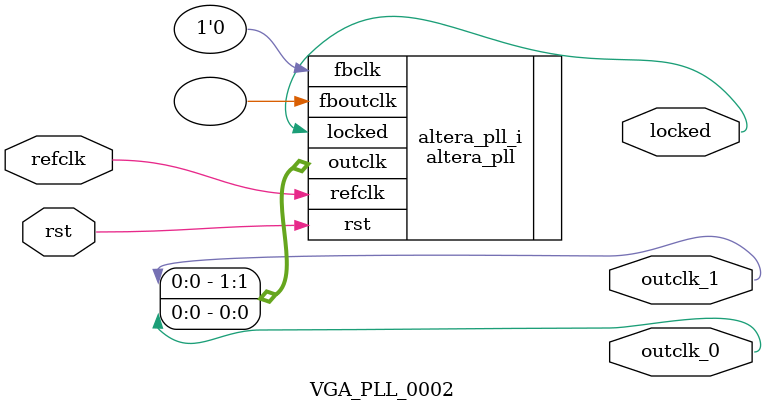
<source format=v>
`timescale 1ns/10ps
module  VGA_PLL_0002(

	// interface 'refclk'
	input wire refclk,

	// interface 'reset'
	input wire rst,

	// interface 'outclk0'
	output wire outclk_0,

	// interface 'outclk1'
	output wire outclk_1,

	// interface 'locked'
	output wire locked
);

	altera_pll #(
		.fractional_vco_multiplier("false"),
		.reference_clock_frequency("50.0 MHz"),
		.operation_mode("normal"),
		.number_of_clocks(2),
		.output_clock_frequency0("25.200000 MHz"),
		.phase_shift0("0 ps"),
		.duty_cycle0(50),
		.output_clock_frequency1("25.200000 MHz"),
		.phase_shift1("29762 ps"),
		.duty_cycle1(50),
		.output_clock_frequency2("0 MHz"),
		.phase_shift2("0 ps"),
		.duty_cycle2(50),
		.output_clock_frequency3("0 MHz"),
		.phase_shift3("0 ps"),
		.duty_cycle3(50),
		.output_clock_frequency4("0 MHz"),
		.phase_shift4("0 ps"),
		.duty_cycle4(50),
		.output_clock_frequency5("0 MHz"),
		.phase_shift5("0 ps"),
		.duty_cycle5(50),
		.output_clock_frequency6("0 MHz"),
		.phase_shift6("0 ps"),
		.duty_cycle6(50),
		.output_clock_frequency7("0 MHz"),
		.phase_shift7("0 ps"),
		.duty_cycle7(50),
		.output_clock_frequency8("0 MHz"),
		.phase_shift8("0 ps"),
		.duty_cycle8(50),
		.output_clock_frequency9("0 MHz"),
		.phase_shift9("0 ps"),
		.duty_cycle9(50),
		.output_clock_frequency10("0 MHz"),
		.phase_shift10("0 ps"),
		.duty_cycle10(50),
		.output_clock_frequency11("0 MHz"),
		.phase_shift11("0 ps"),
		.duty_cycle11(50),
		.output_clock_frequency12("0 MHz"),
		.phase_shift12("0 ps"),
		.duty_cycle12(50),
		.output_clock_frequency13("0 MHz"),
		.phase_shift13("0 ps"),
		.duty_cycle13(50),
		.output_clock_frequency14("0 MHz"),
		.phase_shift14("0 ps"),
		.duty_cycle14(50),
		.output_clock_frequency15("0 MHz"),
		.phase_shift15("0 ps"),
		.duty_cycle15(50),
		.output_clock_frequency16("0 MHz"),
		.phase_shift16("0 ps"),
		.duty_cycle16(50),
		.output_clock_frequency17("0 MHz"),
		.phase_shift17("0 ps"),
		.duty_cycle17(50),
		.pll_type("General"),
		.pll_subtype("General")
	) altera_pll_i (
		.rst	(rst),
		.outclk	({outclk_1, outclk_0}),
		.locked	(locked),
		.fboutclk	( ),
		.fbclk	(1'b0),
		.refclk	(refclk)
	);
endmodule


</source>
